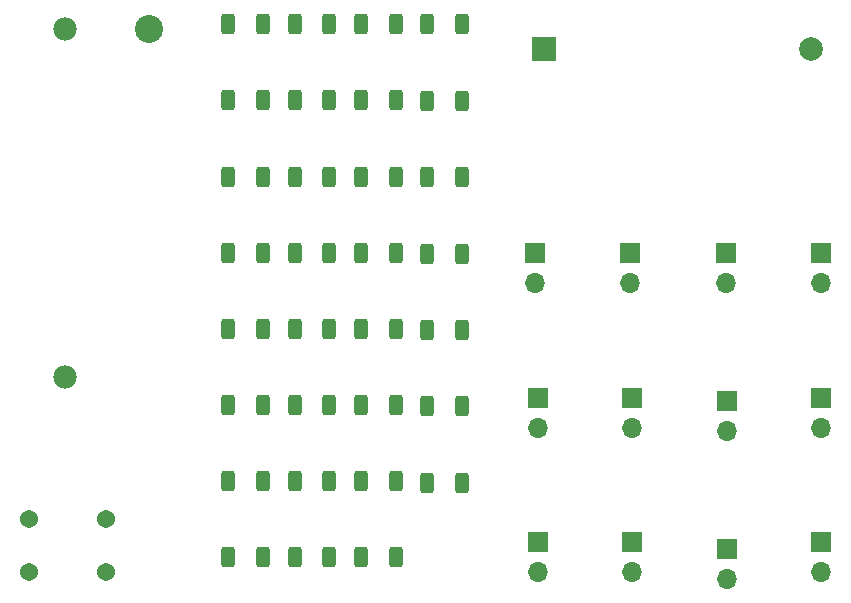
<source format=gbr>
%TF.GenerationSoftware,KiCad,Pcbnew,7.0.7*%
%TF.CreationDate,2023-12-24T21:52:19-06:00*%
%TF.ProjectId,LED Tester,4c454420-5465-4737-9465-722e6b696361,rev?*%
%TF.SameCoordinates,Original*%
%TF.FileFunction,Soldermask,Top*%
%TF.FilePolarity,Negative*%
%FSLAX46Y46*%
G04 Gerber Fmt 4.6, Leading zero omitted, Abs format (unit mm)*
G04 Created by KiCad (PCBNEW 7.0.7) date 2023-12-24 21:52:19*
%MOMM*%
%LPD*%
G01*
G04 APERTURE LIST*
G04 Aperture macros list*
%AMRoundRect*
0 Rectangle with rounded corners*
0 $1 Rounding radius*
0 $2 $3 $4 $5 $6 $7 $8 $9 X,Y pos of 4 corners*
0 Add a 4 corners polygon primitive as box body*
4,1,4,$2,$3,$4,$5,$6,$7,$8,$9,$2,$3,0*
0 Add four circle primitives for the rounded corners*
1,1,$1+$1,$2,$3*
1,1,$1+$1,$4,$5*
1,1,$1+$1,$6,$7*
1,1,$1+$1,$8,$9*
0 Add four rect primitives between the rounded corners*
20,1,$1+$1,$2,$3,$4,$5,0*
20,1,$1+$1,$4,$5,$6,$7,0*
20,1,$1+$1,$6,$7,$8,$9,0*
20,1,$1+$1,$8,$9,$2,$3,0*%
G04 Aperture macros list end*
%ADD10R,1.700000X1.700000*%
%ADD11O,1.700000X1.700000*%
%ADD12RoundRect,0.250000X-0.312500X-0.625000X0.312500X-0.625000X0.312500X0.625000X-0.312500X0.625000X0*%
%ADD13R,2.006600X2.006600*%
%ADD14C,2.006600*%
%ADD15C,1.540000*%
%ADD16C,2.380000*%
%ADD17C,1.989000*%
G04 APERTURE END LIST*
D10*
%TO.C,J4*%
X153030000Y-85270000D03*
D11*
X153030000Y-87810000D03*
%TD*%
D12*
%TO.C,R30*%
X119685000Y-98238300D03*
X122610000Y-98238300D03*
%TD*%
%TO.C,R14*%
X108465000Y-98108600D03*
X111390000Y-98108600D03*
%TD*%
D10*
%TO.C,J10*%
X137030000Y-109730000D03*
D11*
X137030000Y-112270000D03*
%TD*%
D12*
%TO.C,R8*%
X102855000Y-111000000D03*
X105780000Y-111000000D03*
%TD*%
%TO.C,R20*%
X114075000Y-85217100D03*
X117000000Y-85217100D03*
%TD*%
%TO.C,R16*%
X108465000Y-111000000D03*
X111390000Y-111000000D03*
%TD*%
%TO.C,R25*%
X119685000Y-65880000D03*
X122610000Y-65880000D03*
%TD*%
%TO.C,R6*%
X102855000Y-98108600D03*
X105780000Y-98108600D03*
%TD*%
D10*
%TO.C,J2*%
X136880000Y-85270000D03*
D11*
X136880000Y-87810000D03*
%TD*%
D12*
%TO.C,R22*%
X114075000Y-98108600D03*
X117000000Y-98108600D03*
%TD*%
%TO.C,R24*%
X114075000Y-111000000D03*
X117000000Y-111000000D03*
%TD*%
D10*
%TO.C,J9*%
X129030000Y-109730000D03*
D11*
X129030000Y-112270000D03*
%TD*%
D12*
%TO.C,R4*%
X102855000Y-85217100D03*
X105780000Y-85217100D03*
%TD*%
%TO.C,R21*%
X114075000Y-91662900D03*
X117000000Y-91662900D03*
%TD*%
%TO.C,R18*%
X114075000Y-72325700D03*
X117000000Y-72325700D03*
%TD*%
%TO.C,R19*%
X114075000Y-78771400D03*
X117000000Y-78771400D03*
%TD*%
%TO.C,R3*%
X102855000Y-78771400D03*
X105780000Y-78771400D03*
%TD*%
%TO.C,R29*%
X119685000Y-91766700D03*
X122610000Y-91766700D03*
%TD*%
%TO.C,R17*%
X114075000Y-65880000D03*
X117000000Y-65880000D03*
%TD*%
D10*
%TO.C,J5*%
X129030000Y-97500000D03*
D11*
X129030000Y-100040000D03*
%TD*%
D12*
%TO.C,R12*%
X108465000Y-85217100D03*
X111390000Y-85217100D03*
%TD*%
D10*
%TO.C,J6*%
X137030000Y-97500000D03*
D11*
X137030000Y-100040000D03*
%TD*%
D12*
%TO.C,R11*%
X108465000Y-78771400D03*
X111390000Y-78771400D03*
%TD*%
%TO.C,R7*%
X102855000Y-104554300D03*
X105780000Y-104554300D03*
%TD*%
D10*
%TO.C,J3*%
X144955000Y-85270000D03*
D11*
X144955000Y-87810000D03*
%TD*%
D12*
%TO.C,R27*%
X119685000Y-78823300D03*
X122610000Y-78823300D03*
%TD*%
%TO.C,R23*%
X114075000Y-104554300D03*
X117000000Y-104554300D03*
%TD*%
%TO.C,R31*%
X119685000Y-104710000D03*
X122610000Y-104710000D03*
%TD*%
%TO.C,R2*%
X102855000Y-72325700D03*
X105780000Y-72325700D03*
%TD*%
%TO.C,R26*%
X119685000Y-72351700D03*
X122610000Y-72351700D03*
%TD*%
%TO.C,R10*%
X108465000Y-72325700D03*
X111390000Y-72325700D03*
%TD*%
D13*
%TO.C,F1*%
X129550000Y-68000000D03*
D14*
X152150000Y-68000000D03*
%TD*%
D15*
%TO.C,S1*%
X92500000Y-112250000D03*
X86000000Y-112250000D03*
X92500000Y-107750000D03*
X86000000Y-107750000D03*
%TD*%
D12*
%TO.C,R5*%
X102855000Y-91662900D03*
X105780000Y-91662900D03*
%TD*%
D10*
%TO.C,J8*%
X153030000Y-97500000D03*
D11*
X153030000Y-100040000D03*
%TD*%
D10*
%TO.C,J1*%
X128805000Y-85270000D03*
D11*
X128805000Y-87810000D03*
%TD*%
D12*
%TO.C,R15*%
X108465000Y-104554300D03*
X111390000Y-104554300D03*
%TD*%
D10*
%TO.C,J12*%
X153030000Y-109730000D03*
D11*
X153030000Y-112270000D03*
%TD*%
D10*
%TO.C,J7*%
X145030000Y-97770000D03*
D11*
X145030000Y-100310000D03*
%TD*%
D12*
%TO.C,R9*%
X108465000Y-65880000D03*
X111390000Y-65880000D03*
%TD*%
%TO.C,R1*%
X102855000Y-65880000D03*
X105780000Y-65880000D03*
%TD*%
%TO.C,R28*%
X119685000Y-85295000D03*
X122610000Y-85295000D03*
%TD*%
%TO.C,R13*%
X108465000Y-91662900D03*
X111390000Y-91662900D03*
%TD*%
D10*
%TO.C,J11*%
X145030000Y-110270000D03*
D11*
X145030000Y-112810000D03*
%TD*%
D16*
%TO.C,BT1*%
X96090000Y-66270000D03*
D17*
X89000000Y-95730000D03*
X89000000Y-66270000D03*
%TD*%
M02*

</source>
